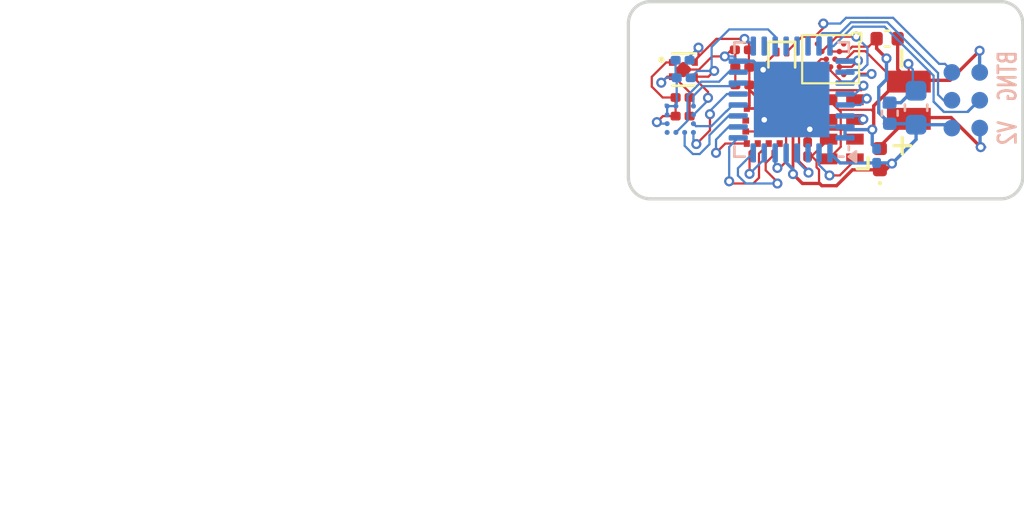
<source format=kicad_pcb>
(kicad_pcb (version 20240108) (generator "pcbnew") (generator_version "8.0")
  (layers (0 "F.Cu" signal) (31 "B.Cu" signal) (34 "B.Paste" user) (35 "F.Paste" user) (36 "B.SilkS" user "B.Silkscreen") (37 "F.SilkS" user "F.Silkscreen") (38 "B.Mask" user) (39 "F.Mask" user) (44 "Edge.Cuts" user))
  (net 0 "")
  (net 1 "GND")
  (net 2 "VBAT")
  (net 3 "SWDIO")
  (net 4 "SWCLK")
  (net 5 "Net-(Q501-C)")
  (net 6 "RST")
  (net 7 "/clkout")
  (net 8 "/SCL")
  (net 9 "/SDA")
  (net 10 "VIN")
  (net 11 "Net-(U501-VBACK)")
  (net 12 "/AT25_MISO")
  (net 13 "/AT25_nCS")
  (net 14 "/AT25_MOSI")
  (net 15 "/AT25_SCK")
  (net 16 "/USART2_TX")
  (net 29 "/USART2_RX")
  (net 30 "/WKUP1")
  (net 31 "/ACCEL_CS")
  (net 32 "/USART2_CK")
  (net 33 "/AK_PWR")
  (net 34 "+1V8")
  (net 35 "/AK_MISO")
  (net 36 "/AK_CK")
  (net 37 "/AK_RSTN")
  (net 38 "/AK_MOSI")
  (net 40 "/AK_CS")
  (footprint "AccelTag:taghole1.1mm" (layer "F.Cu") (at 141.38 111.671)
    (property "Reference" "J303" (hide yes))
    (property "Value" "Conn_01x01" (hide yes))
  )
  (footprint "AccelTag:MS621" (layer "F.Cu") (at 152.8 108.5 180)
    (property "Reference" "J401" (hide yes))
    (property "Value" "CONN_01X02" (hide yes))
  )
  (footprint "AccelTag:RV-8803-C7" (layer "F.Cu") (at 149.74 109.826458 180)
    (property "Reference" "U501" (hide yes))
    (property "Value" "RV-3028-C7" (hide yes))
  )
  (footprint "Resistor_SMD:R_0201_0603Metric" (layer "F.Cu") (at 148.14 108.831458 90)
    (property "Reference" "R1" (hide yes))
    (property "Value" "10k" (hide yes))
  )
  (footprint "Capacitor_SMD:C_0201_0603Metric" (layer "F.Cu") (at 148.18 110.746 90)
    (property "Reference" "C503" (hide yes))
    (property "Value" "0.1uf" (hide yes))
  )
  (footprint "Diode_SMD:D_0402_1005Metric" (layer "F.Cu") (at 151.48 111.191 90)
    (property "Reference" "D401" (hide yes))
    (property "Value" "D" (hide yes))
  )
  (footprint "AccelTag:adesto_wlcsp12" (layer "F.Cu") (at 149.23 106.626458 -90)
    (property "Reference" "U1" (hide yes))
    (property "Value" "at25ex321D-UUN" (hide yes))
  )
  (footprint "Capacitor_SMD:C_0201_0603Metric" (layer "F.Cu") (at 146.755 107.8 180)
    (property "Reference" "C502" (hide yes))
    (property "Value" "0.1uf" (hide yes))
  )
  (footprint "AccelTag:taghole1.1mm" (layer "F.Cu") (at 141.48 105.191)
    (property "Reference" "J304" (hide yes))
    (property "Value" "Conn_01x01" (hide yes))
  )
  (footprint "AccelTag:taghole1.1mm" (layer "F.Cu") (at 154.28 111.691)
    (property "Reference" "J301" (hide yes))
    (property "Value" "Conn_01x01" (hide yes))
  )
  (footprint "AccelTag:taghole1.1mm" (layer "F.Cu") (at 154.28 105.191)
    (property "Reference" "J302" (hide yes))
    (property "Value" "Conn_01x01" (hide yes))
  )
  (footprint "Package_TO_SOT_SMD:SOT-883" (layer "F.Cu") (at 147 106.65 -90)
    (property "Reference" "Q501" (hide yes))
    (property "Value" "Q_NPN_BEC" (hide yes))
  )
  (footprint "Capacitor_SMD:C_0201_0603Metric" (layer "F.Cu") (at 145.2 107.8 180)
    (property "Reference" "C1" (hide yes))
    (property "Value" "0.1uf" (hide yes))
  )
  (footprint "Capacitor_SMD:C_0201_0603Metric" (layer "F.Cu") (at 145.18 106.2 180)
    (property "Reference" "C2" (hide yes))
    (property "Value" "0.1uf" (hide yes))
  )
  (footprint "Package_SON:Texas_X2SON-4_1x1mm_P0.65mm" (layer "F.Cu") (at 142.509643 107.1)
    (property "Reference" "U4" (hide yes))
    (property "Value" "TPS7A2018PDQN")
  )
  (footprint "AccelTag:LGA-12L_LIS2DU12_STM" (layer "F.Cu") (at 146.1555 109.676458 90)
    (property "Reference" "U3" (hide yes))
    (property "Value" "LIS2DU12TR")
  )
  (footprint "Capacitor_SMD:C_0201_0603Metric" (layer "F.Cu") (at 145.2 107 180)
    (property "Reference" "C3" (hide yes))
    (property "Value" "0.1uf" (hide yes))
  )
  (footprint "Capacitor_SMD:C_0201_0603Metric" (layer "F.Cu") (at 142.475 109.225)
    (property "Reference" "C8" (hide yes))
    (property "Value" "1uf")
  )
  (footprint "Capacitor_SMD:C_0201_0603Metric" (layer "F.Cu") (at 142.475 108.375)
    (property "Reference" "C9" (hide yes))
    (property "Value" "0.1uf")
  )
  (footprint "Capacitor_SMD:C_0402_1005Metric" (layer "F.Cu") (at 151.81 105.691)
    (property "Reference" "C4" (hide yes))
    (property "Value" "22uf" (hide yes))
  )
  (footprint "AccelTag:tagpoints6" (layer "B.Cu") (at 155.4 108.5 90)
    (property "Reference" "J201" (hide yes))
    (property "Value" "CONN_02X04" (hide yes))
  )
  (footprint "Capacitor_SMD:C_0402_1005Metric" (layer "B.Cu") (at 151.93 109.091 90)
    (property "Reference" "C404" (hide yes))
    (property "Value" "22uf" (hide yes))
  )
  (footprint "Capacitor_SMD:C_0201_0603Metric" (layer "B.Cu") (at 151.33 111.041 90)
    (property "Reference" "C501" (hide yes))
    (property "Value" "0.1uf" (hide yes))
  )
  (footprint "Package_DFN_QFN:QFN-32-1EP_5x5mm_P0.5mm_EP3.45x3.45mm" (layer "B.Cu") (at 147.45 108.466458 90)
    (property "Reference" "U302" (hide yes))
    (property "Value" "stm32l431kc" (hide yes))
  )
  (footprint "Capacitor_SMD:C_0201_0603Metric" (layer "B.Cu") (at 142.525 107.475 180)
    (property "Reference" "C5" (hide yes))
    (property "Value" "0.1uf" (hide yes))
  )
  (footprint "AccelTag:AK09940a" (layer "B.Cu") (at 142.3684 109.3684)
    (property "Reference" "U2" (hide yes))
    (property "Value" "AK09940A" (hide yes))
  )
  (footprint "Capacitor_SMD:C_0201_0603Metric" (layer "B.Cu") (at 142.475 106.675 180)
    (property "Reference" "C7" (hide yes))
    (property "Value" "1uf" (hide yes))
  )
  (footprint "Capacitor_SMD:C_0603_1608Metric" (layer "B.Cu") (at 153.13 108.841 90)
    (property "Reference" "C6" (hide yes))
    (property "Value" "47uf" (hide yes))
  )
  (gr_line (start 158 105) (end 158 112) (stroke (width 0.15)) (layer "Edge.Cuts"))
  (gr_arc (start 141 113) (mid 140.292893 112.707107) (end 140 112) (stroke (width 0.15)) (layer "Edge.Cuts"))
  (gr_arc (start 140 105) (mid 140.292893 104.292893) (end 141 104) (stroke (width 0.15)) (layer "Edge.Cuts"))
  (gr_line (start 140 105) (end 140 112) (stroke (width 0.15)) (layer "Edge.Cuts"))
  (gr_line (start 157 104) (end 141 104) (stroke (width 0.15)) (layer "Edge.Cuts"))
  (gr_arc (start 158 112) (mid 157.707107 112.707107) (end 157 113) (stroke (width 0.15)) (layer "Edge.Cuts"))
  (gr_arc (start 157 104) (mid 157.707107 104.292893) (end 158 105) (stroke (width 0.15)) (layer "Edge.Cuts"))
  (gr_line (start 157 113) (end 141 113) (stroke (width 0.15)) (layer "Edge.Cuts"))
  (gr_text "BTNG  V2" (at 157.3 108.4 90) (layer "B.SilkS") (effects (font (size 0.8 0.6) (thickness 0.125)) (justify mirror)))
  (segment (start 146.905501 108.876358) (end 146.388801 109.393058) (width 0.1016) (layer "F.Cu") (net 1))
  (segment (start 151.13 109.841) (end 148.294542 109.841) (width 0.1016) (layer "F.Cu") (net 1))
  (segment (start 144.88 107) (end 144.88 106.22) (width 0.1016) (layer "F.Cu") (net 1))
  (segment (start 148.294542 109.841) (end 148.28 109.826458) (width 0.1016) (layer "F.Cu") (net 1))
  (segment (start 149.6924 110.624058) (end 149.6924 109.028858) (width 0.1016) (layer "F.Cu") (net 1))
  (segment (start 142.079643 107.425) (end 142.795 108.140357) (width 0.1016) (layer "F.Cu") (net 1))
  (segment (start 144.4 106.5) (end 144.4 106.564643) (width 0.1016) (layer "F.Cu") (net 1))
  (segment (start 148.14 108.511458) (end 149.075 108.511458) (width 0.1016) (layer "F.Cu") (net 1))
  (segment (start 149.599545 108.936003) (end 151.091021 108.936003) (width 0.1016) (layer "F.Cu") (net 1))
  (segment (start 144.88 107.8) (end 144.88 107) (width 0.1016) (layer "F.Cu") (net 1))
  (segment (start 144.86 106.2) (end 144.7 106.2) (width 0.1016) (layer "F.Cu") (net 1))
  (segment (start 146.4055 108.876358) (end 146.4055 109.187558) (width 0.1016) (layer "F.Cu") (net 1))
  (segment (start 150.813542 106.2592) (end 152.145342 107.591) (width 0.1016) (layer "F.Cu") (net 1))
  (segment (start 141.775 107.425) (end 141.5 107.7) (width 0.1016) (layer "F.Cu") (net 1))
  (segment (start 149.14 108.476458) (end 149.599545 108.936003) (width 0.1016) (layer "F.Cu") (net 1))
  (segment (start 148.15 109.956458) (end 148.28 109.826458) (width 0.1016) (layer "F.Cu") (net 1))
  (segment (start 146.091771 107.456771) (end 146.435 107.8) (width 0.1016) (layer "F.Cu") (net 1))
  (segment (start 148.16 109.946458) (end 148.28 109.826458) (width 0.1016) (layer "F.Cu") (net 1))
  (segment (start 143.822241 106.5) (end 144.4 106.5) (width 0.1016) (layer "F.Cu") (net 1))
  (segment (start 148.28 109.826458) (end 148.174171 109.826458) (width 0.1016) (layer "F.Cu") (net 1))
  (segment (start 152.362038 107.591) (end 151.346019 108.607019) (width 0.1524) (layer "F.Cu") (net 1))
  (segment (start 152.795 107.591) (end 152.795 107.436) (width 0.1524) (layer "F.Cu") (net 1))
  (segment (start 142.079643 107.425) (end 141.775 107.425) (width 0.1016) (layer "F.Cu") (net 1))
  (segment (start 142.509643 107.1) (end 142.404643 107.1) (width 0.1016) (layer "F.Cu") (net 1))
  (segment (start 142.92 109.1) (end 142.795 109.225) (width 0.1016) (layer "F.Cu") (net 1))
  (segment (start 146.4055 109.187558) (end 146.2 109.393058) (width 0.1016) (layer "F.Cu") (net 1))
  (segment (start 152.795 107.591) (end 154.68 107.591) (width 0.1524) (layer "F.Cu") (net 1))
  (segment (start 142.795 108.375) (end 142.795 109.225) (width 0.1016) (layer "F.Cu") (net 1))
  (segment (start 144.7 106.2) (end 144.4 106.5) (width 0.1016) (layer "F.Cu") (net 1))
  (segment (start 151.18 109.791) (end 151.13 109.841) (width 0.1524) (layer "F.Cu") (net 1))
  (segment (start 146.9556 109.426458) (end 146.2334 109.426458) (width 0.1016) (layer "F.Cu") (net 1))
  (segment (start 146.091771 107.108229) (end 146.091771 107.456771) (width 0.1016) (layer "F.Cu") (net 1))
  (segment (start 151.196018 109.041) (end 151.196018 109.674982) (width 0.1524) (layer "F.Cu") (net 1))
  (segment (start 152.795 107.591) (end 151.9 107.591) (width 0.1524) (layer "F.Cu") (net 1))
  (segment (start 148.28 109.826458) (end 150.931476 109.826458) (width 0.1016) (layer "F.Cu") (net 1))
  (segment (start 152.795 107.591) (end 152.795 106.856) (width 0.1016) (layer "F.Cu") (net 1))
  (segment (start 151.196018 108.757019) (end 151.196018 109.041) (width 0.1524) (layer "F.Cu") (net 1))
  (segment (start 151.18 109.691) (end 151.18 109.791) (width 0.1524) (layer "F.Cu") (net 1))
  (segment (start 151.196018 109.674982) (end 151.18 109.691) (width 0.1524) (layer "F.Cu") (net 1))
  (segment (start 142.795 108.140357) (end 142.795 108.375) (width 0.1016) (layer "F.Cu") (net 1))
  (segment (start 149.02 111.156458) (end 149.14 111.276458) (width 0.1016) (layer "F.Cu") (net 1))
  (segment (start 149.14 111.176458) (end 149.6924 110.624058) (width 0.1016) (layer "F.Cu") (net 1))
  (segment (start 152.79 107.361) (end 152.64 107.511) (width 0.1016) (layer "F.Cu") (net 1))
  (segment (start 142.509643 107.1) (end 143.222241 107.1) (width 0.1016) (layer "F.Cu") (net 1))
  (segment (start 149.933884 106.626458) (end 150.301142 106.2592) (width 0.1016) (layer "F.Cu") (net 1))
  (segment (start 152.29 105.691) (end 152.29 107.086) (width 0.1524) (layer "F.Cu") (net 1))
  (segment (start 152.145342 107.591) (end 152.795 107.591) (width 0.1016) (layer "F.Cu") (net 1))
  (segment (start 146.091771 106.983229) (end 146.775 106.3) (width 0.1016) (layer "F.Cu") (net 1))
  (segment (start 151.956 107.511) (end 152.84 107.511) (width 0.1016) (layer "F.Cu") (net 1))
  (segment (start 152.795 107.591) (end 152.362038 107.591) (width 0.1524) (layer "F.Cu") (net 1))
  (segment (start 144.88 106.22) (end 144.86 106.2) (width 0.1016) (layer "F.Cu") (net 1))
  (segment (start 143.222241 107.1) (end 143.822241 106.5) (width 0.1016) (layer "F.Cu") (net 1))
  (segment (start 151.346019 108.607019) (end 151.196018 108.757019) (width 0.1524) (layer "F.Cu") (net 1))
  (segment (start 142.404643 107.1) (end 142.079643 107.425) (width 0.1016) (layer "F.Cu") (net 1))
  (segment (start 149.6924 109.028858) (end 149.14 108.476458) (width 0.1016) (layer "F.Cu") (net 1))
  (segment (start 152.795 106.856) (end 152.78 106.841) (width 0.1016) (layer "F.Cu") (net 1))
  (segment (start 148.16 110.516458) (end 148.16 109.946458) (width 0.1016) (layer "F.Cu") (net 1))
  (segment (start 152.29 107.086) (end 152.795 107.591) (width 0.1524) (layer "F.Cu") (net 1))
  (segment (start 149.43 106.626458) (end 149.933884 106.626458) (width 0.1016) (layer "F.Cu") (net 1))
  (segment (start 150.301142 106.2592) (end 150.813542 106.2592) (width 0.1016) (layer "F.Cu") (net 1))
  (segment (start 154.68 107.591) (end 156.03 106.241) (width 0.1524) (layer "F.Cu") (net 1))
  (segment (start 151.091021 108.936003) (end 151.196018 109.041) (width 0.1016) (layer "F.Cu") (net 1))
  (via (at 144.4 106.5) (size 0.4572) (drill 0.254) (layers "F.Cu" "B.Cu") (net 1))
  (via (at 141.5 107.7) (size 0.4572) (drill 0.254) (layers "F.Cu" "B.Cu") (net 1))
  (via (at 151.13 109.841) (size 0.4572) (drill 0.254) (layers "F.Cu" "B.Cu") (net 1))
  (via (at 152.78 106.841) (size 0.4572) (drill 0.254) (layers "F.Cu" "B.Cu") (net 1))
  (via (at 148.28 109.826458) (size 0.4572) (drill 0.254) (layers "F.Cu" "B.Cu") (net 1))
  (via (at 146.15 107.108229) (size 0.4572) (drill 0.254) (layers "F.Cu" "B.Cu") (net 1))
  (via (at 146.2 109.393058) (size 0.4572) (drill 0.254) (layers "F.Cu" "B.Cu") (net 1))
  (via (at 156.03 106.241) (size 0.4572) (drill 0.254) (layers "F.Cu" "B.Cu") (net 1))
  (segment (start 141.7684 109.1684) (end 141.7684 108.7684) (width 0.1016) (layer "B.Cu") (net 1))
  (segment (start 151.13 110.521) (end 151.33 110.721) (width 0.1524) (layer "B.Cu") (net 1))
  (segment (start 141.725 107.475) (end 141.5 107.7) (width 0.1016) (layer "B.Cu") (net 1))
  (segment (start 156.08 107.141) (end 156.05 107.171) (width 0.1524) (layer "B.Cu") (net 1))
  (segment (start 151.68 108.611) (end 151.68 108.807682) (width 0.1524) (layer "B.Cu") (net 1))
  (segment (start 142.1684 108.7684) (end 141.7684 108.7684) (width 0.1016) (layer "B.Cu") (net 1))
  (segment (start 148.7 109.716458) (end 147.45 108.466458) (width 0.1524) (layer "B.Cu") (net 1))
  (segment (start 142.1684 108.7684) (end 142.1684 108.6684) (width 0.1016) (layer "B.Cu") (net 1))
  (segment (start 145.0125 106.716458) (end 145.7 106.716458) (width 0.1524) (layer "B.Cu") (net 1))
  (segment (start 156.03 106.241) (end 156.03 107.151) (width 0.1524) (layer "B.Cu") (net 1))
  (segment (start 149.8875 109.716458) (end 150.012042 109.841) (width 0.1524) (layer "B.Cu") (net 1))
  (segment (start 141.7 108.7) (end 141.7684 108.7684) (width 0.1016) (layer "B.Cu") (net 1))
  (segment (start 149.8875 110.216458) (end 149.8875 109.716458) (width 0.1524) (layer "B.Cu") (net 1))
  (segment (start 144.375 106.475) (end 144.4 106.5) (width 0.1016) (layer "B.Cu") (net 1))
  (segment (start 146.235 109.681458) (end 147.45 108.466458) (width 0.1524) (layer "B.Cu") (net 1))
  (segment (start 151.13 109.841) (end 151.13 110.521) (width 0.1524) (layer "B.Cu") (net 1))
  (segment (start 152.98 108.066) (end 153.1638 107.8822) (width 0.1524) (layer "B.Cu") (net 1))
  (segment (start 152.435 108.611) (end 152.98 108.066) (width 0.1524) (layer "B.Cu") (net 1))
  (segment (start 151.68 108.611) (end 152.435 108.611) (width 0.1524) (layer "B.Cu") (net 1))
  (segment (start 152.78 106.891) (end 152.98 107.091) (width 0.1016) (layer "B.Cu") (net 1))
  (segment (start 142.1684 108.6684) (end 142.205 108.6318) (width 0.1016) (layer "B.Cu") (net 1))
  (segment (start 149.8875 109.716458) (end 148.7 109.716458) (width 0.1524) (layer "B.Cu") (net 1))
  (segment (start 142.155 106.675) (end 142.155 107.425) (width 0.1016) (layer "B.Cu") (net 1))
  (segment (start 142.205 107.475) (end 141.725 107.475) (width 0.1016) (layer "B.Cu") (net 1))
  (segment (start 152.78 106.841) (end 152.78 106.891) (width 0.1016) (layer "B.Cu") (net 1))
  (segment (start 150.012042 109.841) (end 151.13 109.841) (width 0.1524) (layer "B.Cu") (net 1))
  (segment (start 142.205 108.6318) (end 142.205 107.475) (width 0.1016) (layer "B.Cu") (net 1))
  (segment (start 144.987958 106.741) (end 145.0125 106.716458) (width 0.1524) (layer "B.Cu") (net 1))
  (segment (start 145.7 106.716458) (end 146.091771 107.108229) (width 0.1524) (layer "B.Cu") (net 1))
  (segment (start 152.98 107.091) (end 152.98 108.066) (width 0.1016) (layer "B.Cu") (net 1))
  (segment (start 144.4 106.5) (end 144.796042 106.5) (width 0.1016) (layer "B.Cu") (net 1))
  (segment (start 156.03 107.151) (end 156.05 107.171) (width 0.1524) (layer "B.Cu") (net 1))
  (segment (start 142.155 107.425) (end 142.205 107.475) (width 0.1016) (layer "B.Cu") (net 1))
  (segment (start 146.091771 107.108229) (end 147.45 108.466458) (width 0.1524) (layer "B.Cu") (net 1))
  (segment (start 144.796042 106.5) (end 145.0125 106.716458) (width 0.1016) (layer "B.Cu") (net 1))
  (segment (start 154.73 109.291) (end 156.08 110.641) (width 0.1524) (layer "F.Cu") (net 2))
  (segment (start 152.84 109.211) (end 152.655 109.211) (width 0.1016) (layer "F.Cu") (net 2))
  (segment (start 151.33 110.706) (end 151.38 110.706) (width 0.1524) (layer "F.Cu") (net 2))
  (segment (start 152.795 109.291) (end 154.73 109.291) (width 0.1524) (layer "F.Cu") (net 2))
  (segment (start 151.38 110.706) (end 152.795 109.291) (width 0.1524) (layer "F.Cu") (net 2))
  (segment (start 152.985 109.411) (end 152.825 109.251) (width 0.1016) (layer "F.Cu") (net 2))
  (segment (start 152.955 109.451) (end 152.795 109.291) (width 0.1524) (layer "F.Cu") (net 2))
  (segment (start 152.69 109.261) (end 152.64 109.211) (width 0.1016) (layer "F.Cu") (net 2))
  (via (at 156.08 110.641) (size 0.4572) (drill 0.254) (layers "F.Cu" "B.Cu") (net 2))
  (segment (start 156.08 110.641) (end 156.265 110.641) (width 0.1524) (layer "B.Cu") (net 2))
  (segment (start 156.05 109.711) (end 156.05 110.611) (width 0.1524) (layer "B.Cu") (net 2))
  (segment (start 156.05 110.611) (end 156.08 110.641) (width 0.1524) (layer "B.Cu") (net 2))
  (segment (start 148.852401 105.439058) (end 149.662916 105.439058) (width 0.1016) (layer "B.Cu") (net 3))
  (segment (start 149.662916 105.439058) (end 150.160974 104.941) (width 0.1016) (layer "B.Cu") (net 3))
  (segment (start 154.1332 107.256832) (end 154.1332 108.249) (width 0.1016) (layer "B.Cu") (net 3))
  (segment (start 148.7 105.591459) (end 148.852401 105.439058) (width 0.1016) (layer "B.Cu") (net 3))
  (segment (start 151.817368 104.941) (end 154.1332 107.256832) (width 0.1016) (layer "B.Cu") (net 3))
  (segment (start 154.1332 108.249) (end 154.5526 108.6684) (width 0.1016) (layer "B.Cu") (net 3))
  (segment (start 148.7 106.028958) (end 148.7 105.591459) (width 0.1016) (layer "B.Cu") (net 3))
  (segment (start 150.160974 104.941) (end 151.817368 104.941) (width 0.1016) (layer "B.Cu") (net 3))
  (segment (start 155.5016 109.0334) (end 154.3998 109.0334) (width 0.1016) (layer "B.Cu") (net 4))
  (segment (start 151.693858 105.1442) (end 153.93 107.380342) (width 0.1016) (layer "B.Cu") (net 4))
  (segment (start 150.245142 105.1442) (end 151.693858 105.1442) (width 0.1016) (layer "B.Cu") (net 4))
  (segment (start 149.360384 106.028958) (end 150.245142 105.1442) (width 0.1016) (layer "B.Cu") (net 4))
  (segment (start 154.3998 109.0334) (end 153.9332 108.5668) (width 0.1016) (layer "B.Cu") (net 4))
  (segment (start 154.38 109.0136) (end 154.2332 108.8668) (width 0.1016) (layer "B.Cu") (net 4))
  (segment (start 153.93 108.5636) (end 153.9332 108.5668) (width 0.1016) (layer "B.Cu") (net 4))
  (segment (start 149.2 106.028958) (end 149.360384 106.028958) (width 0.1016) (layer "B.Cu") (net 4))
  (segment (start 156.035 108.5) (end 155.5016 109.0334) (width 0.1016) (layer "B.Cu") (net 4))
  (segment (start 153.93 107.380342) (end 153.93 108.5636) (width 0.1016) (layer "B.Cu") (net 4))
  (segment (start 154.3998 109.0334) (end 154.2332 108.8668) (width 0.1016) (layer "B.Cu") (net 4))
  (segment (start 154.2332 108.8668) (end 153.9332 108.5668) (width 0.1016) (layer "B.Cu") (net 4))
  (segment (start 156.05 108.441) (end 155.4774 109.0136) (width 0.1016) (layer "B.Cu") (net 4))
  (segment (start 147.075 107.8) (end 147.7876 108.5126) (width 0.1016) (layer "F.Cu") (net 5))
  (segment (start 147 107) (end 147 107.725) (width 0.1016) (layer "F.Cu") (net 5))
  (segment (start 147.803411 111.296589) (end 148.221489 111.714667) (width 0.1016) (layer "F.Cu") (net 5))
  (segment (start 147.7876 108.5126) (end 147.7876 111.280778) (width 0.1016) (layer "F.Cu") (net 5))
  (segment (start 147.7876 111.280778) (end 147.803411 111.296589) (width 0.1016) (layer "F.Cu") (net 5))
  (segment (start 148.221489 111.714667) (end 148.221489 111.803789) (width 0.1016) (layer "F.Cu") (net 5))
  (via (at 148.221489 111.803789) (size 0.4572) (drill 0.254) (layers "F.Cu" "B.Cu") (net 5))
  (segment (start 148.221489 111.803789) (end 147.7 111.2823) (width 0.1016) (layer "B.Cu") (net 5))
  (segment (start 147.7 111.2823) (end 147.7 110.903958) (width 0.1016) (layer "B.Cu") (net 5))
  (segment (start 148.5 105.6) (end 148.9 105.2) (width 0.1016) (layer "F.Cu") (net 6))
  (segment (start 147.225 106.3) (end 147.925 105.6) (width 0.1016) (layer "F.Cu") (net 6))
  (segment (start 148.9 105.2) (end 148.9 105) (width 0.1016) (layer "F.Cu") (net 6))
  (segment (start 148.7 105) (end 148.9 105) (width 0.1016) (layer "F.Cu") (net 6))
  (segment (start 147.925 105.6) (end 148.5 105.6) (width 0.1016) (layer "F.Cu") (net 6))
  (via (at 148.9 105) (size 0.4572) (drill 0.254) (layers "F.Cu" "B.Cu") (net 6))
  (segment (start 154.45 106.841) (end 154.78 107.171) (width 0.1016) (layer "B.Cu") (net 6))
  (segment (start 154.18 106.841) (end 154.45 106.841) (width 0.1016) (layer "B.Cu") (net 6))
  (segment (start 149.670922 105) (end 149.933122 104.7378) (width 0.1016) (layer "B.Cu") (net 6))
  (segment (start 149.933122 104.7378) (end 150.9 104.7378) (width 0.1016) (layer "B.Cu") (net 6))
  (segment (start 154.18 106.8378) (end 154.18 106.841) (width 0.1016) (layer "B.Cu") (net 6))
  (segment (start 152.08 104.7378) (end 154.18 106.8378) (width 0.1016) (layer "B.Cu") (net 6))
  (segment (start 148.9 105) (end 149.670922 105) (width 0.1016) (layer "B.Cu") (net 6))
  (segment (start 150.9 104.7378) (end 152.08 104.7378) (width 0.1016) (layer "B.Cu") (net 6))
  (segment (start 150.300252 111.276458) (end 149.646003 111.930707) (width 0.1016) (layer "F.Cu") (net 7))
  (segment (start 150.34 111.276458) (end 150.300252 111.276458) (width 0.1016) (layer "F.Cu") (net 7))
  (segment (start 149.646003 111.930707) (end 149.179029 111.930707) (width 0.1016) (layer "F.Cu") (net 7))
  (via (at 149.179029 111.930707) (size 0.4572) (drill 0.254) (layers "F.Cu" "B.Cu") (net 7))
  (segment (start 148.7 110.903958) (end 148.7 111.451678) (width 0.1016) (layer "B.Cu") (net 7))
  (segment (start 148.7 111.451678) (end 149.179029 111.930707) (width 0.1016) (layer "B.Cu") (net 7))
  (segment (start 150.713026 109.376458) (end 150.721681 109.367803) (width 0.1016) (layer "F.Cu") (net 8))
  (segment (start 150.34 109.376458) (end 150.713026 109.376458) (width 0.1016) (layer "F.Cu") (net 8))
  (via (at 150.721681 109.367803) (size 0.4572) (drill 0.254) (layers "F.Cu" "B.Cu") (net 8))
  (segment (start 150.570336 109.216458) (end 150.721681 109.367803) (width 0.1016) (layer "B.Cu") (net 8))
  (segment (start 149.8875 109.216458) (end 150.570336 109.216458) (width 0.1016) (layer "B.Cu") (net 8))
  (segment (start 150.34 108.476458) (end 150.83 108.476458) (width 0.1016) (layer "F.Cu") (net 9))
  (segment (start 150.83 108.476458) (end 150.88 108.426458) (width 0.1016) (layer "F.Cu") (net 9))
  (via (at 150.88 108.426458) (size 0.4572) (drill 0.254) (layers "F.Cu" "B.Cu") (net 9))
  (segment (start 150.59 108.716458) (end 149.8875 108.716458) (width 0.1016) (layer "B.Cu") (net 9))
  (segment (start 150.88 108.426458) (end 150.59 108.716458) (width 0.1016) (layer "B.Cu") (net 9))
  (segment (start 145.52 108.02) (end 145.9 108.4) (width 0.127) (layer "F.Cu") (net 10))
  (segment (start 150.965 106.056) (end 151.33 105.691) (width 0.1016) (layer "F.Cu") (net 10))
  (segment (start 147.941342 112.2982) (end 147.5134 111.870258) (width 0.1524) (layer "F.Cu") (net 10))
  (segment (start 150.216974 106.056) (end 150.965 106.056) (width 0.1016) (layer "F.Cu") (net 10))
  (segment (start 145.5 106.2) (end 145.5 105.9) (width 0.1016) (layer "F.Cu") (net 10))
  (segment (start 151.33 106.141) (end 151.78 106.591) (width 0.1524) (layer "F.Cu") (net 10))
  (segment (start 149.63 106.276458) (end 149.996516 106.276458) (width 0.1016) (layer "F.Cu") (net 10))
  (segment (start 145.52 107) (end 145.52 107.8) (width 0.1016) (layer "F.Cu") (net 10))
  (segment (start 151.33 105.691) (end 151.33 106.141) (width 0.1524) (layer "F.Cu") (net 10))
  (segment (start 143.2 106.1) (end 143.2 106.514643) (width 0.1016) (layer "F.Cu") (net 10))
  (segment (start 145.9 108.4) (end 147.3 108.4) (width 0.127) (layer "F.Cu") (net 10))
  (segment (start 148.5876 111.559242) (end 148.701142 111.672784) (width 0.1016) (layer "F.Cu") (net 10))
  (segment (start 148.26 111.156458) (end 149.14 110.276458) (width 0.1016) (layer "F.Cu") (net 10))
  (segment (start 145.5 106.98) (end 145.52 107) (width 0.1016) (layer "F.Cu") (net 10))
  (segment (start 148.16 111.156458) (end 148.26 111.156458) (width 0.1016) (layer "F.Cu") (net 10))
  (segment (start 151.48 111.676) (end 150.224 111.676) (width 0.1524) (layer "F.Cu") (net 10))
  (segment (start 149.14 110.376458) (end 149.29 110.376458) (width 0.1016) (layer "F.Cu") (net 10))
  (segment (start 147.5134 108.6134) (end 147.5134 111.870258) (width 0.127) (layer "F.Cu") (net 10))
  (segment (start 148.18 111.066) (end 148.379999 111.066) (width 0.1016) (layer "F.Cu") (net 10))
  (segment (start 145.52 107.8) (end 145.52 108.02) (width 0.1016) (layer "F.Cu") (net 10))
  (segment (start 148.5876 111.273601) (end 148.5876 111.559242) (width 0.1016) (layer "F.Cu") (net 10))
  (segment (start 145.52 107.8) (end 145.52 108.761857) (width 0.127) (layer "F.Cu") (net 10))
  (segment (start 145.52 108.761857) (end 145.405499 108.876358) (width 0.127) (layer "F.Cu") (net 10))
  (segment (start 142.939643 106.775) (end 144.014643 105.7) (width 0.1016) (layer "F.Cu") (net 10))
  (segment (start 149.23 106.276458) (end 149.63 106.276458) (width 0.1016) (layer "F.Cu") (net 10))
  (segment (start 148.379999 111.066) (end 148.5876 111.273601) (width 0.1016) (layer "F.Cu") (net 10))
  (segment (start 143.2 106.514643) (end 142.939643 106.775) (width 0.1016) (layer "F.Cu") (net 10))
  (segment (start 151.745 111.676) (end 152.03 111.391) (width 0.1524) (layer "F.Cu") (net 10))
  (segment (start 148.09 111.156458) (end 148.089171 111.156458) (width 0.1016) (layer "F.Cu") (net 10))
  (segment (start 145.5 106.2) (end 145.5 106.98) (width 0.1016) (layer "F.Cu") (net 10))
  (segment (start 147.3 108.4) (end 147.5134 108.6134) (width 0.127) (layer "F.Cu") (net 10))
  (segment (start 147.941342 112.2982) (end 148.726542 112.2982) (width 0.1524) (layer "F.Cu") (net 10))
  (segment (start 145.5 105.9) (end 145.3 105.7) (width 0.1016) (layer "F.Cu") (net 10))
  (segment (start 144.014643 105.7) (end 145.3 105.7) (width 0.1016) (layer "F.Cu") (net 10))
  (segment (start 145.405499 108.876358) (end 145.9055 108.876358) (width 0.127) (layer "F.Cu") (net 10))
  (segment (start 150.224 111.676) (end 149.5 112.4) (width 0.1524) (layer "F.Cu") (net 10))
  (segment (start 148.701142 111.672784) (end 148.701142 112.2728) (width 0.1016) (layer "F.Cu") (net 10))
  (segment (start 151.48 111.676) (end 151.745 111.676) (width 0.1524) (layer "F.Cu") (net 10))
  (segment (start 149.5 112.4) (end 148.828342 112.4) (width 0.1524) (layer "F.Cu") (net 10))
  (segment (start 149.996516 106.276458) (end 150.216974 106.056) (width 0.1016) (layer "F.Cu") (net 10))
  (segment (start 148.726542 112.2982) (end 148.828342 112.4) (width 0.1524) (layer "F.Cu") (net 10))
  (via (at 145.3 105.7) (size 0.4572) (drill 0.254) (layers "F.Cu" "B.Cu") (net 10))
  (via (at 147.5134 111.870258) (size 0.4572) (drill 0.254) (layers "F.Cu" "B.Cu") (net 10))
  (via (at 152.03 111.391) (size 0.4572) (drill 0.254) (layers "F.Cu" "B.Cu") (net 10))
  (via (at 143.2 106.1) (size 0.4572) (drill 0.254) (layers "F.Cu" "B.Cu") (net 10))
  (via (at 151.78 106.591) (size 0.4572) (drill 0.254) (layers "F.Cu" "B.Cu") (net 10))
  (segment (start 153.13 110.291) (end 152.03 111.391) (width 0.1524) (layer "B.Cu") (net 10))
  (segment (start 145.371042 105.7) (end 145.7 106.028958) (width 0.1016) (layer "B.Cu") (net 10))
  (segment (start 151.78 107.55082) (end 151.48491 107.84591) (width 0.1524) (layer "B.Cu") (net 10))
  (segment (start 142.795 106.675) (end 142.795 106.505) (width 0.1016) (layer "B.Cu") (net 10))
  (segment (start 149.657042 111.361) (end 149.2 110.903958) (width 0.1524) (layer "B.Cu") (net 10))
  (segment (start 147.5134 111.654857) (end 147.5134 111.870258) (width 0.1524) (layer "B.Cu") (net 10))
  (segment (start 151.68 109.571) (end 152.935 109.571) (width 0.1524) (layer "B.Cu") (net 10))
  (segment (start 154.685 109.616) (end 154.78 109.711) (width 0.1524) (layer "B.Cu") (net 10))
  (segment (start 151.78 106.591) (end 151.78 107.55082) (width 0.1524) (layer "B.Cu") (net 10))
  (segment (start 151.426 109.067) (end 151.426 107.904821) (width 0.1524) (layer "B.Cu") (net 10))
  (segment (start 145.3 105.7) (end 145.371042 105.7) (width 0.1016) (layer "B.Cu") (net 10))
  (segment (start 151.93 109.571) (end 151.426 109.067) (width 0.1524) (layer "B.Cu") (net 10))
  (segment (start 151.426 107.904821) (end 151.48491 107.84591) (width 0.1524) (layer "B.Cu") (net 10))
  (segment (start 147.2 111.341457) (end 147.5134 111.654857) (width 0.1524) (layer "B.Cu") (net 10))
  (segment (start 153.0888 109.7248) (end 152.98 109.616) (width 0.1524) (layer "B.Cu") (net 10))
  (segment (start 149.2326 110.936558) (end 149.2 110.903958) (width 0.1016) (layer "B.Cu") (net 10))
  (segment (start 153.13 109.616) (end 153.13 110.291) (width 0.1524) (layer "B.Cu") (net 10))
  (segment (start 152 111.361) (end 152.03 111.391) (width 0.1524) (layer "B.Cu") (net 10))
  (segment (start 151.48491 107.84591) (end 151.73 107.600821) (width 0.1524) (layer "B.Cu") (net 10))
  (segment (start 147.2 110.903958) (end 147.2 111.341457) (width 0.1524) (layer "B.Cu") (net 10))
  (segment (start 151.33 111.361) (end 149.657042 111.361) (width 0.1524) (layer "B.Cu") (net 10))
  (segment (start 151.33 111.361) (end 152 111.361) (width 0.1524) (layer "B.Cu") (net 10))
  (segment (start 142.795 106.505) (end 143.2 106.1) (width 0.1016) (layer "B.Cu") (net 10))
  (segment (start 152.98 109.616) (end 154.685 109.616) (width 0.1524) (layer "B.Cu") (net 10))
  (segment (start 152.935 109.571) (end 152.98 109.616) (width 0.1524) (layer "B.Cu") (net 10))
  (segment (start 148.815 109.151458) (end 149.14 109.476458) (width 0.1016) (layer "F.Cu") (net 11))
  (segment (start 148.14 109.151458) (end 148.815 109.151458) (width 0.1016) (layer "F.Cu") (net 11))
  (segment (start 150.58 107.291) (end 150.88 107.291) (width 0.1016) (layer "F.Cu") (net 12))
  (segment (start 150.13 107.741) (end 150.58 107.291) (width 0.1016) (layer "F.Cu") (net 12))
  (segment (start 149.23 106.976458) (end 149.23 107.153234) (width 0.1016) (layer "F.Cu") (net 12))
  (segment (start 151.091 107.291) (end 151.1 107.3) (width 0.1016) (layer "F.Cu") (net 12))
  (segment (start 150.88 107.291) (end 151.091 107.291) (width 0.1016) (layer "F.Cu") (net 12))
  (segment (start 149.817766 107.741) (end 150.13 107.741) (width 0.1016) (layer "F.Cu") (net 12))
  (segment (start 149.23 107.153234) (end 149.817766 107.741) (width 0.1016) (layer "F.Cu") (net 12))
  (via (at 151.1 107.3) (size 0.4572) (drill 0.254) (layers "F.Cu" "B.Cu") (net 12))
  (segment (start 150.4774 107.369704) (end 150.130646 107.716458) (width 0.1016) (layer "B.Cu") (net 12))
  (segment (start 150.130646 107.716458) (end 149.8875 107.716458) (width 0.1016) (layer "B.Cu") (net 12))
  (segment (start 151.030296 107.369704) (end 150.4774 107.369704) (width 0.1016) (layer "B.Cu") (net 12))
  (segment (start 151.1 107.3) (end 151.030296 107.369704) (width 0.1016) (layer "B.Cu") (net 12))
  (segment (start 150.154542 107.716458) (end 149.8875 107.716458) (width 0.1016) (layer "B.Cu") (net 12))
  (segment (start 149.63 106.976458) (end 150.194542 106.976458) (width 0.1016) (layer "F.Cu") (net 13))
  (segment (start 149.63 106.976458) (end 149.63 106.891) (width 0.1016) (layer "F.Cu") (net 13))
  (segment (start 150.194542 106.976458) (end 150.48 106.691) (width 0.1016) (layer "F.Cu") (net 13))
  (via (at 150.48 106.691) (size 0.4572) (drill 0.254) (layers "F.Cu" "B.Cu") (net 13))
  (segment (start 149.8875 106.716458) (end 150.454542 106.716458) (width 0.1016) (layer "B.Cu") (net 13))
  (segment (start 150.454542 106.716458) (end 150.48 106.691) (width 0.1016) (layer "B.Cu") (net 13))
  (segment (start 148.787697 106.626458) (end 148.3526 107.061555) (width 0.1016) (layer "F.Cu") (net 14))
  (segment (start 149.03 106.626458) (end 148.787697 106.626458) (width 0.1016) (layer "F.Cu") (net 14))
  (segment (start 148.93 108.041) (end 150.63 108.041) (width 0.1016) (layer "F.Cu") (net 14))
  (segment (start 148.3526 107.4636) (end 148.93 108.041) (width 0.1016) (layer "F.Cu") (net 14))
  (segment (start 148.3526 107.061555) (end 148.3526 107.4636) (width 0.1016) (layer "F.Cu") (net 14))
  (segment (start 150.63 108.041) (end 150.63 107.934631) (width 0.1016) (layer "F.Cu") (net 14))
  (segment (start 150.63 107.934631) (end 150.728701 107.83593) (width 0.1016) (layer "F.Cu") (net 14))
  (via (at 150.728701 107.83593) (size 0.4572) (drill 0.254) (layers "F.Cu" "B.Cu") (net 14))
  (segment (start 150.348173 108.216458) (end 149.8875 108.216458) (width 0.1016) (layer "B.Cu") (net 14))
  (segment (start 150.728701 107.83593) (end 150.348173 108.216458) (width 0.1016) (layer "B.Cu") (net 14))
  (segment (start 149.472729 105.633729) (end 149.506458 105.6) (width 0.1016) (layer "F.Cu") (net 15))
  (segment (start 149.506458 105.6) (end 150.4 105.6) (width 0.1016) (layer "F.Cu") (net 15))
  (segment (start 148.83 106.276458) (end 149.447729 105.658729) (width 0.1016) (layer "F.Cu") (net 15))
  (segment (start 149.447729 105.658729) (end 149.472729 105.633729) (width 0.1016) (layer "F.Cu") (net 15))
  (via (at 150.4 105.6) (size 0.4572) (drill 0.254) (layers "F.Cu" "B.Cu") (net 15))
  (segment (start 150.4 105.6) (end 150.9118 106.1118) (width 0.1016) (layer "B.Cu") (net 15))
  (segment (start 150.9118 106.1118) (end 150.9118 106.2) (width 0.1016) (layer "B.Cu") (net 15))
  (segment (start 149.8875 107.216458) (end 149.981158 107.1228) (width 0.1016) (layer "B.Cu") (net 15))
  (segment (start 150.9118 106.2) (end 150.9118 106.869858) (width 0.1016) (layer "B.Cu") (net 15))
  (segment (start 149.981158 107.1228) (end 150.658858 107.1228) (width 0.1016) (layer "B.Cu") (net 15))
  (segment (start 150.658858 107.1228) (end 150.9118 106.869858) (width 0.1016) (layer "B.Cu") (net 15))
  (segment (start 146.7 112.1318) (end 146.7 112.2) (width 0.1016) (layer "F.Cu") (net 16))
  (segment (start 146.905501 110.476558) (end 146.905501 110.489258) (width 0.1016) (layer "F.Cu") (net 16))
  (segment (start 146.579058 110.815701) (end 146.579058 111.055397) (width 0.1016) (layer "F.Cu") (net 16))
  (segment (start 146.2666 111.6984) (end 146.7 112.1318) (width 0.1016) (layer "F.Cu") (net 16))
  (segment (start 146.2666 111.367855) (end 146.2666 111.6984) (width 0.1016) (layer "F.Cu") (net 16))
  (segment (start 146.579058 111.055397) (end 146.2666 111.367855) (width 0.1016) (layer "F.Cu") (net 16))
  (segment (start 146.7 112.2) (end 146.8 112.3) (width 0.1016) (layer "F.Cu") (net 16))
  (segment (start 146.905501 110.489258) (end 146.579058 110.815701) (width 0.1016) (layer "F.Cu") (net 16))
  (via (at 146.8 112.3) (size 0.4572) (drill 0.254) (layers "F.Cu" "B.Cu") (net 16))
  (segment (start 145.7 110.903958) (end 145.7 111.021) (width 0.1016) (layer "B.Cu") (net 16))
  (segment (start 145 111.603958) (end 145.7 110.903958) (width 0.1016) (layer "B.Cu") (net 16))
  (segment (start 145 111.940002) (end 145 111.603958) (width 0.1016) (layer "B.Cu") (net 16))
  (segment (start 146.8 112.3) (end 145.359998 112.3) (width 0.1016) (layer "B.Cu") (net 16))
  (segment (start 145.359998 112.3) (end 145 111.940002) (width 0.1016) (layer "B.Cu") (net 16))
  (segment (start 146.4055 110.489258) (end 146.4055 110.476558) (width 0.1016) (layer "F.Cu") (net 29))
  (segment (start 145.9618 112.038202) (end 145.9618 110.932958) (width 0.1016) (layer "F.Cu") (net 29))
  (segment (start 144.6 112.2) (end 144.7 112.3) (width 0.1016) (layer "F.Cu") (net 29))
  (segment (start 145.9618 110.932958) (end 146.4055 110.489258) (width 0.1016) (layer "F.Cu") (net 29))
  (segment (start 145.700002 112.3) (end 145.9618 112.038202) (width 0.1016) (layer "F.Cu") (net 29))
  (segment (start 144.7 112.3) (end 145.700002 112.3) (width 0.1016) (layer "F.Cu") (net 29))
  (via (at 144.6 112.2) (size 0.4572) (drill 0.254) (layers "F.Cu" "B.Cu") (net 29))
  (segment (start 144.6 110.628958) (end 144.6 112.2) (width 0.1016) (layer "B.Cu") (net 29))
  (segment (start 145.0125 110.216458) (end 144.883542 110.216458) (width 0.1016) (layer "B.Cu") (net 29))
  (segment (start 145.0125 110.216458) (end 144.6 110.628958) (width 0.1016) (layer "B.Cu") (net 29))
  (segment (start 147.197601 111.302399) (end 146.911203 111.588797) (width 0.1016) (layer "F.Cu") (net 30))
  (segment (start 147.197601 110.168459) (end 147.197601 111.302399) (width 0.1016) (layer "F.Cu") (net 30))
  (segment (start 146.9556 109.926458) (end 147.197601 110.168459) (width 0.1016) (layer "F.Cu") (net 30))
  (segment (start 146.911203 111.588797) (end 146.8 111.588797) (width 0.1016) (layer "F.Cu") (net 30))
  (segment (start 145.3554 109.926458) (end 146.9556 109.926458) (width 0.1016) (layer "F.Cu") (net 30))
  (via (at 146.8 111.588797) (size 0.4572) (drill 0.254) (layers "F.Cu" "B.Cu") (net 30))
  (segment (start 146.7 111.488797) (end 146.8 111.588797) (width 0.1016) (layer "B.Cu") (net 30))
  (segment (start 146.7 110.903958) (end 146.7 111.488797) (width 0.1016) (layer "B.Cu") (net 30))
  (segment (start 145.9055 110.489258) (end 145.53 110.864758) (width 0.1016) (layer "F.Cu") (net 31))
  (segment (start 145.53 110.864758) (end 145.53 111.859344) (width 0.1016) (layer "F.Cu") (net 31))
  (segment (start 145.9055 110.476558) (end 145.9055 110.489258) (width 0.1016) (layer "F.Cu") (net 31))
  (via (at 145.53 111.859344) (size 0.4572) (drill 0.254) (layers "F.Cu" "B.Cu") (net 31))
  (segment (start 146.2 110.903958) (end 146.2 111.189344) (width 0.1016) (layer "B.Cu") (net 31))
  (segment (start 146.2 111.189344) (end 145.53 111.859344) (width 0.1016) (layer "B.Cu") (net 31))
  (segment (start 146.18 110.923958) (end 146.2 110.903958) (width 0.1016) (layer "B.Cu") (net 31))
  (segment (start 145.405499 110.476558) (end 144.423442 110.476558) (width 0.1016) (layer "F.Cu") (net 32))
  (segment (start 145.405499 110.476558) (end 145.405499 110.496101) (width 0.1016) (layer "F.Cu") (net 32))
  (segment (start 144.423442 110.476558) (end 144 110.9) (width 0.1016) (layer "F.Cu") (net 32))
  (via (at 144 110.9) (size 0.4572) (drill 0.254) (layers "F.Cu" "B.Cu") (net 32))
  (segment (start 144.9525 109.776458) (end 145.0125 109.716458) (width 0.1016) (layer "B.Cu") (net 32))
  (segment (start 144.575001 109.716458) (end 144.194671 110.096788) (width 0.1016) (layer "B.Cu") (net 32))
  (segment (start 144.194671 110.105329) (end 144 110.3) (width 0.1016) (layer "B.Cu") (net 32))
  (segment (start 145.0125 109.716458) (end 144.575001 109.716458) (width 0.1016) (layer "B.Cu") (net 32))
  (segment (start 144 110.3) (end 144 110.9) (width 0.1016) (layer "B.Cu") (net 32))
  (segment (start 144.194671 110.096788) (end 144.194671 110.105329) (width 0.1016) (layer "B.Cu") (net 32))
  (segment (start 143.651583 107.425) (end 143.915094 107.161489) (width 0.1016) (layer "F.Cu") (net 33))
  (segment (start 142.939643 107.425) (end 143.651583 107.425) (width 0.1016) (layer "F.Cu") (net 33))
  (segment (start 142.939643 107.425) (end 143.634089 108.119446) (width 0.1016) (layer "F.Cu") (net 33))
  (segment (start 143.634089 108.119446) (end 143.634089 108.390149) (width 0.1016) (layer "F.Cu") (net 33))
  (via (at 143.915094 107.161489) (size 0.4572) (drill 0.254) (layers "F.Cu" "B.Cu") (net 33))
  (via (at 143.634089 108.390149) (size 0.4572) (drill 0.254) (layers "F.Cu" "B.Cu") (net 33))
  (segment (start 146.376741 105.2682) (end 144.6 105.2682) (width 0.1016) (layer "B.Cu") (net 33))
  (segment (start 142.9684 109.1684) (end 143.634089 108.502711) (width 0.1016) (layer "B.Cu") (net 33))
  (segment (start 143.634089 108.502711) (end 143.634089 108.390149) (width 0.1016) (layer "B.Cu") (net 33))
  (segment (start 143.158511 107.161489) (end 143.915094 107.161489) (width 0.1016) (layer "B.Cu") (net 33))
  (segment (start 144.6 105.2682) (end 143.8 106.0682) (width 0.1016) (layer "B.Cu") (net 33))
  (segment (start 142.845 107.475) (end 143.158511 107.161489) (width 0.1016) (layer "B.Cu") (net 33))
  (segment (start 143.8 107.046395) (end 143.915094 107.161489) (width 0.1016) (layer "B.Cu") (net 33))
  (segment (start 146.7 106.028958) (end 146.7 105.591459) (width 0.1016) (layer "B.Cu") (net 33))
  (segment (start 143.8 106.0682) (end 143.8 107.046395) (width 0.1016) (layer "B.Cu") (net 33))
  (segment (start 146.7 105.591459) (end 146.376741 105.2682) (width 0.1016) (layer "B.Cu") (net 33))
  (segment (start 142.079643 106.775) (end 141.725 106.775) (width 0.1016) (layer "F.Cu") (net 34))
  (segment (start 141.0682 107.4318) (end 141.0682 107.878858) (width 0.1016) (layer "F.Cu") (net 34))
  (segment (start 141.575 109.225) (end 141.3 109.5) (width 0.1016) (layer "F.Cu") (net 34))
  (segment (start 141.564342 108.375) (end 142.155 108.375) (width 0.1016) (layer "F.Cu") (net 34))
  (segment (start 142.155 109.225) (end 141.575 109.225) (width 0.1016) (layer "F.Cu") (net 34))
  (segment (start 142.13 108.4) (end 142.155 108.375) (width 0.1016) (layer "F.Cu") (net 34))
  (segment (start 142.155 109.225) (end 142.155 108.375) (width 0.1016) (layer "F.Cu") (net 34))
  (segment (start 141.0682 107.878858) (end 141.564342 108.375) (width 0.1016) (layer "F.Cu") (net 34))
  (segment (start 141.725 106.775) (end 141.0682 107.4318) (width 0.1016) (layer "F.Cu") (net 34))
  (via (at 141.3 109.5) (size 0.4572) (drill 0.254) (layers "F.Cu" "B.Cu") (net 34))
  (segment (start 141.3684 109.5684) (end 141.3 109.5) (width 0.1016) (layer "B.Cu") (net 34))
  (segment (start 141.7684 109.5684) (end 141.3684 109.5684) (width 0.1016) (layer "B.Cu") (net 34))
  (segment (start 143.0827 109.6827) (end 143.789414 109.6827) (width 0.1016) (layer "B.Cu") (net 35))
  (segment (start 143.789414 109.6827) (end 144.472114 109) (width 0.1016) (layer "B.Cu") (net 35))
  (segment (start 145.0125 108.716458) (end 144.683542 108.716458) (width 0.1016) (layer "B.Cu") (net 35))
  (segment (start 142.9684 109.5684) (end 143.0827 109.6827) (width 0.1016) (layer "B.Cu") (net 35))
  (segment (start 144.960558 108.7684) (end 145.0125 108.716458) (width 0.1016) (layer "B.Cu") (net 35))
  (segment (start 144.769354 108.716458) (end 145.0125 108.716458) (width 0.1016) (layer "B.Cu") (net 35))
  (segment (start 144.485812 109) (end 144.769354 108.716458) (width 0.1016) (layer "B.Cu") (net 35))
  (segment (start 144.472114 109) (end 144.485812 109) (width 0.1016) (layer "B.Cu") (net 35))
  (segment (start 143.7 110.510658) (end 143.7 110.091459) (width 0.1016) (layer "B.Cu") (net 36))
  (segment (start 142.5684 110.579058) (end 142.944671 110.955329) (width 0.1016) (layer "B.Cu") (net 36))
  (segment (start 145.00781 109.221148) (end 145.0125 109.216458) (width 0.1016) (layer "B.Cu") (net 36))
  (segment (start 143.7 110.091459) (end 144.575001 109.216458) (width 0.1016) (layer "B.Cu") (net 36))
  (segment (start 144.964442 109.1684) (end 145.0125 109.216458) (width 0.1016) (layer "B.Cu") (net 36))
  (segment (start 143.255329 110.955329) (end 143.7 110.510658) (width 0.1016) (layer "B.Cu") (net 36))
  (segment (start 142.5684 109.9684) (end 142.5684 110.579058) (width 0.1016) (layer "B.Cu") (net 36))
  (segment (start 144.575001 109.216458) (end 145.0125 109.216458) (width 0.1016) (layer "B.Cu") (net 36))
  (segment (start 142.944671 110.955329) (end 143.255329 110.955329) (width 0.1016) (layer "B.Cu") (net 36))
  (segment (start 144.872209 107.856749) (end 143.413147 107.856749) (width 0.1016) (layer "B.Cu") (net 37))
  (segment (start 142.9684 108.301496) (end 142.9684 108.7684) (width 0.1016) (layer "B.Cu") (net 37))
  (segment (start 143.413147 107.856749) (end 142.9684 108.301496) (width 0.1016) (layer "B.Cu") (net 37))
  (segment (start 145.0125 107.716458) (end 144.872209 107.856749) (width 0.1016) (layer "B.Cu") (net 37))
  (segment (start 143.1 110.5) (end 143.722912 109.877088) (width 0.1016) (layer "F.Cu") (net 38))
  (segment (start 143.722912 109.877088) (end 143.722912 109.138544) (width 0.1016) (layer "F.Cu") (net 38))
  (via (at 143.1 110.5) (size 0.4572) (drill 0.254) (layers "F.Cu" "B.Cu") (net 38))
  (via (at 143.722912 109.138544) (size 0.4572) (drill 0.254) (layers "F.Cu" "B.Cu") (net 38))
  (segment (start 145.0125 108.216458) (end 144.496174 108.216458) (width 0.1016) (layer "B.Cu") (net 38))
  (segment (start 143.722912 108.98972) (end 143.722912 109.138544) (width 0.1016) (layer "B.Cu") (net 38))
  (segment (start 144.496174 108.216458) (end 143.722912 108.98972) (width 0.1016) (layer "B.Cu") (net 38))
  (segment (start 142.9684 109.9684) (end 142.9684 110.3684) (width 0.1016) (layer "B.Cu") (net 38))
  (segment (start 142.9684 110.3684) (end 143.1 110.5) (width 0.1016) (layer "B.Cu") (net 38))
  (segment (start 142.7 109.4368) (end 142.7 108.282528) (width 0.1016) (layer "B.Cu") (net 40))
  (segment (start 143.328979 107.653549) (end 144.13791 107.653549) (width 0.1016) (layer "B.Cu") (net 40))
  (segment (start 142.1684 109.9684) (end 142.7 109.4368) (width 0.1016) (layer "B.Cu") (net 40))
  (segment (start 144.13791 107.653549) (end 144.575001 107.216458) (width 0.1016) (layer "B.Cu") (net 40))
  (segment (start 142.7 108.282528) (end 143.328979 107.653549) (width 0.1016) (layer "B.Cu") (net 40))
  (segment (start 144.575001 107.216458) (end 145.0125 107.216458) (width 0.1016) (layer "B.Cu") (net 40))
)
</source>
